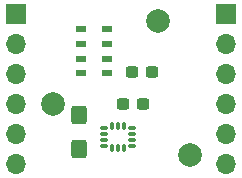
<source format=gbr>
%TF.GenerationSoftware,KiCad,Pcbnew,8.0.8*%
%TF.CreationDate,2025-02-11T16:16:20-05:00*%
%TF.ProjectId,IMU,494d552e-6b69-4636-9164-5f7063625858,rev?*%
%TF.SameCoordinates,Original*%
%TF.FileFunction,Soldermask,Top*%
%TF.FilePolarity,Negative*%
%FSLAX46Y46*%
G04 Gerber Fmt 4.6, Leading zero omitted, Abs format (unit mm)*
G04 Created by KiCad (PCBNEW 8.0.8) date 2025-02-11 16:16:20*
%MOMM*%
%LPD*%
G01*
G04 APERTURE LIST*
G04 Aperture macros list*
%AMRoundRect*
0 Rectangle with rounded corners*
0 $1 Rounding radius*
0 $2 $3 $4 $5 $6 $7 $8 $9 X,Y pos of 4 corners*
0 Add a 4 corners polygon primitive as box body*
4,1,4,$2,$3,$4,$5,$6,$7,$8,$9,$2,$3,0*
0 Add four circle primitives for the rounded corners*
1,1,$1+$1,$2,$3*
1,1,$1+$1,$4,$5*
1,1,$1+$1,$6,$7*
1,1,$1+$1,$8,$9*
0 Add four rect primitives between the rounded corners*
20,1,$1+$1,$2,$3,$4,$5,0*
20,1,$1+$1,$4,$5,$6,$7,0*
20,1,$1+$1,$6,$7,$8,$9,0*
20,1,$1+$1,$8,$9,$2,$3,0*%
G04 Aperture macros list end*
%ADD10C,2.000000*%
%ADD11R,1.700000X1.700000*%
%ADD12O,1.700000X1.700000*%
%ADD13RoundRect,0.250000X-0.425000X0.537500X-0.425000X-0.537500X0.425000X-0.537500X0.425000X0.537500X0*%
%ADD14RoundRect,0.087500X0.225000X0.087500X-0.225000X0.087500X-0.225000X-0.087500X0.225000X-0.087500X0*%
%ADD15RoundRect,0.087500X0.087500X0.225000X-0.087500X0.225000X-0.087500X-0.225000X0.087500X-0.225000X0*%
%ADD16RoundRect,0.237500X-0.300000X-0.237500X0.300000X-0.237500X0.300000X0.237500X-0.300000X0.237500X0*%
%ADD17R,0.950000X0.550000*%
G04 APERTURE END LIST*
D10*
%TO.C,FID1*%
X138694000Y-102976000D03*
%TD*%
%TO.C,FID2*%
X136027000Y-91673000D03*
%TD*%
D11*
%TO.C,J1*%
X141752000Y-91038000D03*
D12*
X141752000Y-93578000D03*
X141752000Y-96118000D03*
X141752000Y-98658000D03*
X141752000Y-101198000D03*
X141752000Y-103738000D03*
%TD*%
D13*
%TO.C,C2*%
X129312500Y-99654500D03*
X129312500Y-102529500D03*
%TD*%
D14*
%TO.C,U2*%
X133777000Y-102214000D03*
X133777000Y-101714000D03*
X133777000Y-101214000D03*
X133777000Y-100714000D03*
D15*
X133114500Y-100551500D03*
X132614500Y-100551500D03*
X132114500Y-100551500D03*
D14*
X131452000Y-100714000D03*
X131452000Y-101214000D03*
X131452000Y-101714000D03*
X131452000Y-102214000D03*
D15*
X132114500Y-102376500D03*
X132614500Y-102376500D03*
X133114500Y-102376500D03*
%TD*%
D10*
%TO.C,FID3*%
X127137000Y-98658000D03*
%TD*%
D16*
%TO.C,C1*%
X133784000Y-96012000D03*
X135509000Y-96012000D03*
%TD*%
D17*
%TO.C,U1*%
X131657500Y-96098000D03*
X131657500Y-94848000D03*
X131657500Y-93598000D03*
X131657500Y-92348000D03*
X129507500Y-92348000D03*
X129507500Y-93598000D03*
X129507500Y-94848000D03*
X129507500Y-96098000D03*
%TD*%
D16*
%TO.C,C3*%
X133032000Y-98679000D03*
X134757000Y-98679000D03*
%TD*%
D11*
%TO.C,J2*%
X123962000Y-91038000D03*
D12*
X123962000Y-93578000D03*
X123962000Y-96118000D03*
X123962000Y-98658000D03*
X123962000Y-101198000D03*
X123962000Y-103738000D03*
%TD*%
M02*

</source>
